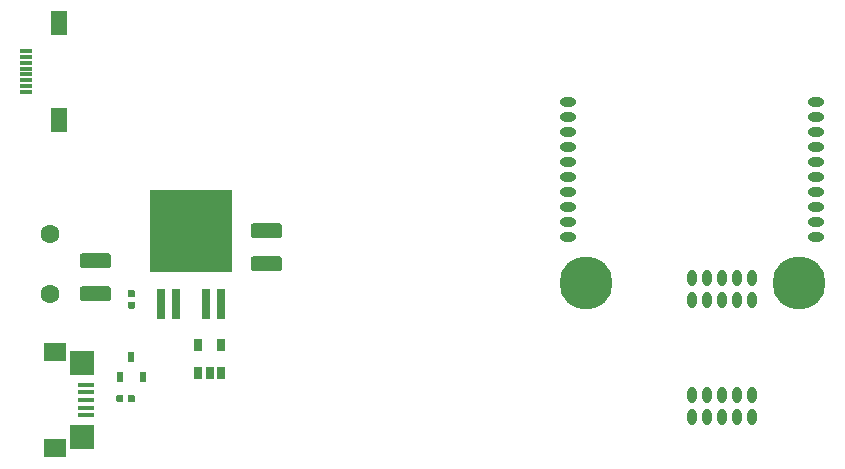
<source format=gbr>
G04 #@! TF.GenerationSoftware,KiCad,Pcbnew,(5.1.4)-1*
G04 #@! TF.CreationDate,2019-11-08T16:07:48+09:00*
G04 #@! TF.ProjectId,signaltowr_hikarikensyutu,7369676e-616c-4746-9f77-725f68696b61,rev?*
G04 #@! TF.SameCoordinates,Original*
G04 #@! TF.FileFunction,Soldermask,Top*
G04 #@! TF.FilePolarity,Negative*
%FSLAX46Y46*%
G04 Gerber Fmt 4.6, Leading zero omitted, Abs format (unit mm)*
G04 Created by KiCad (PCBNEW (5.1.4)-1) date 2019-11-08 16:07:48*
%MOMM*%
%LPD*%
G04 APERTURE LIST*
%ADD10R,0.600000X0.900000*%
%ADD11C,0.100000*%
%ADD12C,0.590000*%
%ADD13C,4.500000*%
%ADD14O,0.800000X1.400000*%
%ADD15O,1.400000X0.800000*%
%ADD16R,7.000000X7.000000*%
%ADD17R,0.760000X2.500000*%
%ADD18R,1.050000X0.350000*%
%ADD19R,1.350000X2.000000*%
%ADD20C,1.600000*%
%ADD21R,1.350000X0.400000*%
%ADD22R,1.900000X1.600000*%
%ADD23R,2.000000X2.100000*%
%ADD24R,0.800000X1.000000*%
%ADD25R,0.700000X1.000000*%
%ADD26C,1.250000*%
G04 APERTURE END LIST*
D10*
X102108000Y-88138000D03*
X103058000Y-89838000D03*
X101158000Y-89838000D03*
D11*
G36*
X102294958Y-83479710D02*
G01*
X102309276Y-83481834D01*
X102323317Y-83485351D01*
X102336946Y-83490228D01*
X102350031Y-83496417D01*
X102362447Y-83503858D01*
X102374073Y-83512481D01*
X102384798Y-83522202D01*
X102394519Y-83532927D01*
X102403142Y-83544553D01*
X102410583Y-83556969D01*
X102416772Y-83570054D01*
X102421649Y-83583683D01*
X102425166Y-83597724D01*
X102427290Y-83612042D01*
X102428000Y-83626500D01*
X102428000Y-83921500D01*
X102427290Y-83935958D01*
X102425166Y-83950276D01*
X102421649Y-83964317D01*
X102416772Y-83977946D01*
X102410583Y-83991031D01*
X102403142Y-84003447D01*
X102394519Y-84015073D01*
X102384798Y-84025798D01*
X102374073Y-84035519D01*
X102362447Y-84044142D01*
X102350031Y-84051583D01*
X102336946Y-84057772D01*
X102323317Y-84062649D01*
X102309276Y-84066166D01*
X102294958Y-84068290D01*
X102280500Y-84069000D01*
X101935500Y-84069000D01*
X101921042Y-84068290D01*
X101906724Y-84066166D01*
X101892683Y-84062649D01*
X101879054Y-84057772D01*
X101865969Y-84051583D01*
X101853553Y-84044142D01*
X101841927Y-84035519D01*
X101831202Y-84025798D01*
X101821481Y-84015073D01*
X101812858Y-84003447D01*
X101805417Y-83991031D01*
X101799228Y-83977946D01*
X101794351Y-83964317D01*
X101790834Y-83950276D01*
X101788710Y-83935958D01*
X101788000Y-83921500D01*
X101788000Y-83626500D01*
X101788710Y-83612042D01*
X101790834Y-83597724D01*
X101794351Y-83583683D01*
X101799228Y-83570054D01*
X101805417Y-83556969D01*
X101812858Y-83544553D01*
X101821481Y-83532927D01*
X101831202Y-83522202D01*
X101841927Y-83512481D01*
X101853553Y-83503858D01*
X101865969Y-83496417D01*
X101879054Y-83490228D01*
X101892683Y-83485351D01*
X101906724Y-83481834D01*
X101921042Y-83479710D01*
X101935500Y-83479000D01*
X102280500Y-83479000D01*
X102294958Y-83479710D01*
X102294958Y-83479710D01*
G37*
D12*
X102108000Y-83774000D03*
D11*
G36*
X102294958Y-82509710D02*
G01*
X102309276Y-82511834D01*
X102323317Y-82515351D01*
X102336946Y-82520228D01*
X102350031Y-82526417D01*
X102362447Y-82533858D01*
X102374073Y-82542481D01*
X102384798Y-82552202D01*
X102394519Y-82562927D01*
X102403142Y-82574553D01*
X102410583Y-82586969D01*
X102416772Y-82600054D01*
X102421649Y-82613683D01*
X102425166Y-82627724D01*
X102427290Y-82642042D01*
X102428000Y-82656500D01*
X102428000Y-82951500D01*
X102427290Y-82965958D01*
X102425166Y-82980276D01*
X102421649Y-82994317D01*
X102416772Y-83007946D01*
X102410583Y-83021031D01*
X102403142Y-83033447D01*
X102394519Y-83045073D01*
X102384798Y-83055798D01*
X102374073Y-83065519D01*
X102362447Y-83074142D01*
X102350031Y-83081583D01*
X102336946Y-83087772D01*
X102323317Y-83092649D01*
X102309276Y-83096166D01*
X102294958Y-83098290D01*
X102280500Y-83099000D01*
X101935500Y-83099000D01*
X101921042Y-83098290D01*
X101906724Y-83096166D01*
X101892683Y-83092649D01*
X101879054Y-83087772D01*
X101865969Y-83081583D01*
X101853553Y-83074142D01*
X101841927Y-83065519D01*
X101831202Y-83055798D01*
X101821481Y-83045073D01*
X101812858Y-83033447D01*
X101805417Y-83021031D01*
X101799228Y-83007946D01*
X101794351Y-82994317D01*
X101790834Y-82980276D01*
X101788710Y-82965958D01*
X101788000Y-82951500D01*
X101788000Y-82656500D01*
X101788710Y-82642042D01*
X101790834Y-82627724D01*
X101794351Y-82613683D01*
X101799228Y-82600054D01*
X101805417Y-82586969D01*
X101812858Y-82574553D01*
X101821481Y-82562927D01*
X101831202Y-82552202D01*
X101841927Y-82542481D01*
X101853553Y-82533858D01*
X101865969Y-82526417D01*
X101879054Y-82520228D01*
X101892683Y-82515351D01*
X101906724Y-82511834D01*
X101921042Y-82509710D01*
X101935500Y-82509000D01*
X102280500Y-82509000D01*
X102294958Y-82509710D01*
X102294958Y-82509710D01*
G37*
D12*
X102108000Y-82804000D03*
D13*
X140606000Y-81923000D03*
X158606000Y-81923000D03*
D14*
X149606000Y-81463000D03*
X150876000Y-81463000D03*
X152146000Y-81463000D03*
X153416000Y-81463000D03*
X154686000Y-81463000D03*
X149606000Y-83383000D03*
X150876000Y-83383000D03*
X152146000Y-83383000D03*
X153416000Y-83383000D03*
X154686000Y-83383000D03*
D15*
X160091000Y-77978000D03*
X160091000Y-76708000D03*
X160091000Y-75438000D03*
X160091000Y-74168000D03*
X160091000Y-72898000D03*
X160091000Y-71628000D03*
X160091000Y-70358000D03*
X160091000Y-69088000D03*
X139121000Y-77978000D03*
X139121000Y-76708000D03*
X139121000Y-75438000D03*
X139121000Y-74168000D03*
X139121000Y-72898000D03*
X139121000Y-71628000D03*
X139121000Y-70358000D03*
X139121000Y-69088000D03*
X139121000Y-67818000D03*
X139121000Y-66548000D03*
X160091000Y-67818000D03*
X160091000Y-66548000D03*
D16*
X107188000Y-77470000D03*
D17*
X105918000Y-83720000D03*
X104648000Y-83720000D03*
X109728000Y-83720000D03*
X108458000Y-83720000D03*
D11*
G36*
X102269958Y-91374710D02*
G01*
X102284276Y-91376834D01*
X102298317Y-91380351D01*
X102311946Y-91385228D01*
X102325031Y-91391417D01*
X102337447Y-91398858D01*
X102349073Y-91407481D01*
X102359798Y-91417202D01*
X102369519Y-91427927D01*
X102378142Y-91439553D01*
X102385583Y-91451969D01*
X102391772Y-91465054D01*
X102396649Y-91478683D01*
X102400166Y-91492724D01*
X102402290Y-91507042D01*
X102403000Y-91521500D01*
X102403000Y-91866500D01*
X102402290Y-91880958D01*
X102400166Y-91895276D01*
X102396649Y-91909317D01*
X102391772Y-91922946D01*
X102385583Y-91936031D01*
X102378142Y-91948447D01*
X102369519Y-91960073D01*
X102359798Y-91970798D01*
X102349073Y-91980519D01*
X102337447Y-91989142D01*
X102325031Y-91996583D01*
X102311946Y-92002772D01*
X102298317Y-92007649D01*
X102284276Y-92011166D01*
X102269958Y-92013290D01*
X102255500Y-92014000D01*
X101960500Y-92014000D01*
X101946042Y-92013290D01*
X101931724Y-92011166D01*
X101917683Y-92007649D01*
X101904054Y-92002772D01*
X101890969Y-91996583D01*
X101878553Y-91989142D01*
X101866927Y-91980519D01*
X101856202Y-91970798D01*
X101846481Y-91960073D01*
X101837858Y-91948447D01*
X101830417Y-91936031D01*
X101824228Y-91922946D01*
X101819351Y-91909317D01*
X101815834Y-91895276D01*
X101813710Y-91880958D01*
X101813000Y-91866500D01*
X101813000Y-91521500D01*
X101813710Y-91507042D01*
X101815834Y-91492724D01*
X101819351Y-91478683D01*
X101824228Y-91465054D01*
X101830417Y-91451969D01*
X101837858Y-91439553D01*
X101846481Y-91427927D01*
X101856202Y-91417202D01*
X101866927Y-91407481D01*
X101878553Y-91398858D01*
X101890969Y-91391417D01*
X101904054Y-91385228D01*
X101917683Y-91380351D01*
X101931724Y-91376834D01*
X101946042Y-91374710D01*
X101960500Y-91374000D01*
X102255500Y-91374000D01*
X102269958Y-91374710D01*
X102269958Y-91374710D01*
G37*
D12*
X102108000Y-91694000D03*
D11*
G36*
X101299958Y-91374710D02*
G01*
X101314276Y-91376834D01*
X101328317Y-91380351D01*
X101341946Y-91385228D01*
X101355031Y-91391417D01*
X101367447Y-91398858D01*
X101379073Y-91407481D01*
X101389798Y-91417202D01*
X101399519Y-91427927D01*
X101408142Y-91439553D01*
X101415583Y-91451969D01*
X101421772Y-91465054D01*
X101426649Y-91478683D01*
X101430166Y-91492724D01*
X101432290Y-91507042D01*
X101433000Y-91521500D01*
X101433000Y-91866500D01*
X101432290Y-91880958D01*
X101430166Y-91895276D01*
X101426649Y-91909317D01*
X101421772Y-91922946D01*
X101415583Y-91936031D01*
X101408142Y-91948447D01*
X101399519Y-91960073D01*
X101389798Y-91970798D01*
X101379073Y-91980519D01*
X101367447Y-91989142D01*
X101355031Y-91996583D01*
X101341946Y-92002772D01*
X101328317Y-92007649D01*
X101314276Y-92011166D01*
X101299958Y-92013290D01*
X101285500Y-92014000D01*
X100990500Y-92014000D01*
X100976042Y-92013290D01*
X100961724Y-92011166D01*
X100947683Y-92007649D01*
X100934054Y-92002772D01*
X100920969Y-91996583D01*
X100908553Y-91989142D01*
X100896927Y-91980519D01*
X100886202Y-91970798D01*
X100876481Y-91960073D01*
X100867858Y-91948447D01*
X100860417Y-91936031D01*
X100854228Y-91922946D01*
X100849351Y-91909317D01*
X100845834Y-91895276D01*
X100843710Y-91880958D01*
X100843000Y-91866500D01*
X100843000Y-91521500D01*
X100843710Y-91507042D01*
X100845834Y-91492724D01*
X100849351Y-91478683D01*
X100854228Y-91465054D01*
X100860417Y-91451969D01*
X100867858Y-91439553D01*
X100876481Y-91427927D01*
X100886202Y-91417202D01*
X100896927Y-91407481D01*
X100908553Y-91398858D01*
X100920969Y-91391417D01*
X100934054Y-91385228D01*
X100947683Y-91380351D01*
X100961724Y-91376834D01*
X100976042Y-91374710D01*
X100990500Y-91374000D01*
X101285500Y-91374000D01*
X101299958Y-91374710D01*
X101299958Y-91374710D01*
G37*
D12*
X101138000Y-91694000D03*
D14*
X149606000Y-91369000D03*
X150876000Y-91369000D03*
X152146000Y-91369000D03*
X153416000Y-91369000D03*
X154686000Y-91369000D03*
X154686000Y-93289000D03*
X149606000Y-93289000D03*
X150876000Y-93289000D03*
X153416000Y-93289000D03*
X152146000Y-93289000D03*
D18*
X93218000Y-65746000D03*
X93218000Y-65246000D03*
X93218000Y-64746000D03*
X93218000Y-64246000D03*
X93218000Y-62246000D03*
X93218000Y-62746000D03*
X93218000Y-63246000D03*
X93218000Y-63746000D03*
D19*
X95968000Y-59896000D03*
X95968000Y-68096000D03*
D20*
X95250000Y-77724000D03*
X95250000Y-82804000D03*
D21*
X98298000Y-91156000D03*
X98298000Y-91806000D03*
X98298000Y-92456000D03*
X98298000Y-90506000D03*
D22*
X95623000Y-95906000D03*
D23*
X97973000Y-94906000D03*
D22*
X95623000Y-87706000D03*
D21*
X98298000Y-93106000D03*
D23*
X97973000Y-88706000D03*
D24*
X107728000Y-87122000D03*
X109728000Y-87122000D03*
X109728000Y-89522000D03*
X107728000Y-89522000D03*
D25*
X108728000Y-89522000D03*
D11*
G36*
X114637504Y-76840204D02*
G01*
X114661773Y-76843804D01*
X114685571Y-76849765D01*
X114708671Y-76858030D01*
X114730849Y-76868520D01*
X114751893Y-76881133D01*
X114771598Y-76895747D01*
X114789777Y-76912223D01*
X114806253Y-76930402D01*
X114820867Y-76950107D01*
X114833480Y-76971151D01*
X114843970Y-76993329D01*
X114852235Y-77016429D01*
X114858196Y-77040227D01*
X114861796Y-77064496D01*
X114863000Y-77089000D01*
X114863000Y-77839000D01*
X114861796Y-77863504D01*
X114858196Y-77887773D01*
X114852235Y-77911571D01*
X114843970Y-77934671D01*
X114833480Y-77956849D01*
X114820867Y-77977893D01*
X114806253Y-77997598D01*
X114789777Y-78015777D01*
X114771598Y-78032253D01*
X114751893Y-78046867D01*
X114730849Y-78059480D01*
X114708671Y-78069970D01*
X114685571Y-78078235D01*
X114661773Y-78084196D01*
X114637504Y-78087796D01*
X114613000Y-78089000D01*
X112463000Y-78089000D01*
X112438496Y-78087796D01*
X112414227Y-78084196D01*
X112390429Y-78078235D01*
X112367329Y-78069970D01*
X112345151Y-78059480D01*
X112324107Y-78046867D01*
X112304402Y-78032253D01*
X112286223Y-78015777D01*
X112269747Y-77997598D01*
X112255133Y-77977893D01*
X112242520Y-77956849D01*
X112232030Y-77934671D01*
X112223765Y-77911571D01*
X112217804Y-77887773D01*
X112214204Y-77863504D01*
X112213000Y-77839000D01*
X112213000Y-77089000D01*
X112214204Y-77064496D01*
X112217804Y-77040227D01*
X112223765Y-77016429D01*
X112232030Y-76993329D01*
X112242520Y-76971151D01*
X112255133Y-76950107D01*
X112269747Y-76930402D01*
X112286223Y-76912223D01*
X112304402Y-76895747D01*
X112324107Y-76881133D01*
X112345151Y-76868520D01*
X112367329Y-76858030D01*
X112390429Y-76849765D01*
X112414227Y-76843804D01*
X112438496Y-76840204D01*
X112463000Y-76839000D01*
X114613000Y-76839000D01*
X114637504Y-76840204D01*
X114637504Y-76840204D01*
G37*
D26*
X113538000Y-77464000D03*
D11*
G36*
X114637504Y-79640204D02*
G01*
X114661773Y-79643804D01*
X114685571Y-79649765D01*
X114708671Y-79658030D01*
X114730849Y-79668520D01*
X114751893Y-79681133D01*
X114771598Y-79695747D01*
X114789777Y-79712223D01*
X114806253Y-79730402D01*
X114820867Y-79750107D01*
X114833480Y-79771151D01*
X114843970Y-79793329D01*
X114852235Y-79816429D01*
X114858196Y-79840227D01*
X114861796Y-79864496D01*
X114863000Y-79889000D01*
X114863000Y-80639000D01*
X114861796Y-80663504D01*
X114858196Y-80687773D01*
X114852235Y-80711571D01*
X114843970Y-80734671D01*
X114833480Y-80756849D01*
X114820867Y-80777893D01*
X114806253Y-80797598D01*
X114789777Y-80815777D01*
X114771598Y-80832253D01*
X114751893Y-80846867D01*
X114730849Y-80859480D01*
X114708671Y-80869970D01*
X114685571Y-80878235D01*
X114661773Y-80884196D01*
X114637504Y-80887796D01*
X114613000Y-80889000D01*
X112463000Y-80889000D01*
X112438496Y-80887796D01*
X112414227Y-80884196D01*
X112390429Y-80878235D01*
X112367329Y-80869970D01*
X112345151Y-80859480D01*
X112324107Y-80846867D01*
X112304402Y-80832253D01*
X112286223Y-80815777D01*
X112269747Y-80797598D01*
X112255133Y-80777893D01*
X112242520Y-80756849D01*
X112232030Y-80734671D01*
X112223765Y-80711571D01*
X112217804Y-80687773D01*
X112214204Y-80663504D01*
X112213000Y-80639000D01*
X112213000Y-79889000D01*
X112214204Y-79864496D01*
X112217804Y-79840227D01*
X112223765Y-79816429D01*
X112232030Y-79793329D01*
X112242520Y-79771151D01*
X112255133Y-79750107D01*
X112269747Y-79730402D01*
X112286223Y-79712223D01*
X112304402Y-79695747D01*
X112324107Y-79681133D01*
X112345151Y-79668520D01*
X112367329Y-79658030D01*
X112390429Y-79649765D01*
X112414227Y-79643804D01*
X112438496Y-79640204D01*
X112463000Y-79639000D01*
X114613000Y-79639000D01*
X114637504Y-79640204D01*
X114637504Y-79640204D01*
G37*
D26*
X113538000Y-80264000D03*
D11*
G36*
X100159504Y-79380204D02*
G01*
X100183773Y-79383804D01*
X100207571Y-79389765D01*
X100230671Y-79398030D01*
X100252849Y-79408520D01*
X100273893Y-79421133D01*
X100293598Y-79435747D01*
X100311777Y-79452223D01*
X100328253Y-79470402D01*
X100342867Y-79490107D01*
X100355480Y-79511151D01*
X100365970Y-79533329D01*
X100374235Y-79556429D01*
X100380196Y-79580227D01*
X100383796Y-79604496D01*
X100385000Y-79629000D01*
X100385000Y-80379000D01*
X100383796Y-80403504D01*
X100380196Y-80427773D01*
X100374235Y-80451571D01*
X100365970Y-80474671D01*
X100355480Y-80496849D01*
X100342867Y-80517893D01*
X100328253Y-80537598D01*
X100311777Y-80555777D01*
X100293598Y-80572253D01*
X100273893Y-80586867D01*
X100252849Y-80599480D01*
X100230671Y-80609970D01*
X100207571Y-80618235D01*
X100183773Y-80624196D01*
X100159504Y-80627796D01*
X100135000Y-80629000D01*
X97985000Y-80629000D01*
X97960496Y-80627796D01*
X97936227Y-80624196D01*
X97912429Y-80618235D01*
X97889329Y-80609970D01*
X97867151Y-80599480D01*
X97846107Y-80586867D01*
X97826402Y-80572253D01*
X97808223Y-80555777D01*
X97791747Y-80537598D01*
X97777133Y-80517893D01*
X97764520Y-80496849D01*
X97754030Y-80474671D01*
X97745765Y-80451571D01*
X97739804Y-80427773D01*
X97736204Y-80403504D01*
X97735000Y-80379000D01*
X97735000Y-79629000D01*
X97736204Y-79604496D01*
X97739804Y-79580227D01*
X97745765Y-79556429D01*
X97754030Y-79533329D01*
X97764520Y-79511151D01*
X97777133Y-79490107D01*
X97791747Y-79470402D01*
X97808223Y-79452223D01*
X97826402Y-79435747D01*
X97846107Y-79421133D01*
X97867151Y-79408520D01*
X97889329Y-79398030D01*
X97912429Y-79389765D01*
X97936227Y-79383804D01*
X97960496Y-79380204D01*
X97985000Y-79379000D01*
X100135000Y-79379000D01*
X100159504Y-79380204D01*
X100159504Y-79380204D01*
G37*
D26*
X99060000Y-80004000D03*
D11*
G36*
X100159504Y-82180204D02*
G01*
X100183773Y-82183804D01*
X100207571Y-82189765D01*
X100230671Y-82198030D01*
X100252849Y-82208520D01*
X100273893Y-82221133D01*
X100293598Y-82235747D01*
X100311777Y-82252223D01*
X100328253Y-82270402D01*
X100342867Y-82290107D01*
X100355480Y-82311151D01*
X100365970Y-82333329D01*
X100374235Y-82356429D01*
X100380196Y-82380227D01*
X100383796Y-82404496D01*
X100385000Y-82429000D01*
X100385000Y-83179000D01*
X100383796Y-83203504D01*
X100380196Y-83227773D01*
X100374235Y-83251571D01*
X100365970Y-83274671D01*
X100355480Y-83296849D01*
X100342867Y-83317893D01*
X100328253Y-83337598D01*
X100311777Y-83355777D01*
X100293598Y-83372253D01*
X100273893Y-83386867D01*
X100252849Y-83399480D01*
X100230671Y-83409970D01*
X100207571Y-83418235D01*
X100183773Y-83424196D01*
X100159504Y-83427796D01*
X100135000Y-83429000D01*
X97985000Y-83429000D01*
X97960496Y-83427796D01*
X97936227Y-83424196D01*
X97912429Y-83418235D01*
X97889329Y-83409970D01*
X97867151Y-83399480D01*
X97846107Y-83386867D01*
X97826402Y-83372253D01*
X97808223Y-83355777D01*
X97791747Y-83337598D01*
X97777133Y-83317893D01*
X97764520Y-83296849D01*
X97754030Y-83274671D01*
X97745765Y-83251571D01*
X97739804Y-83227773D01*
X97736204Y-83203504D01*
X97735000Y-83179000D01*
X97735000Y-82429000D01*
X97736204Y-82404496D01*
X97739804Y-82380227D01*
X97745765Y-82356429D01*
X97754030Y-82333329D01*
X97764520Y-82311151D01*
X97777133Y-82290107D01*
X97791747Y-82270402D01*
X97808223Y-82252223D01*
X97826402Y-82235747D01*
X97846107Y-82221133D01*
X97867151Y-82208520D01*
X97889329Y-82198030D01*
X97912429Y-82189765D01*
X97936227Y-82183804D01*
X97960496Y-82180204D01*
X97985000Y-82179000D01*
X100135000Y-82179000D01*
X100159504Y-82180204D01*
X100159504Y-82180204D01*
G37*
D26*
X99060000Y-82804000D03*
M02*

</source>
